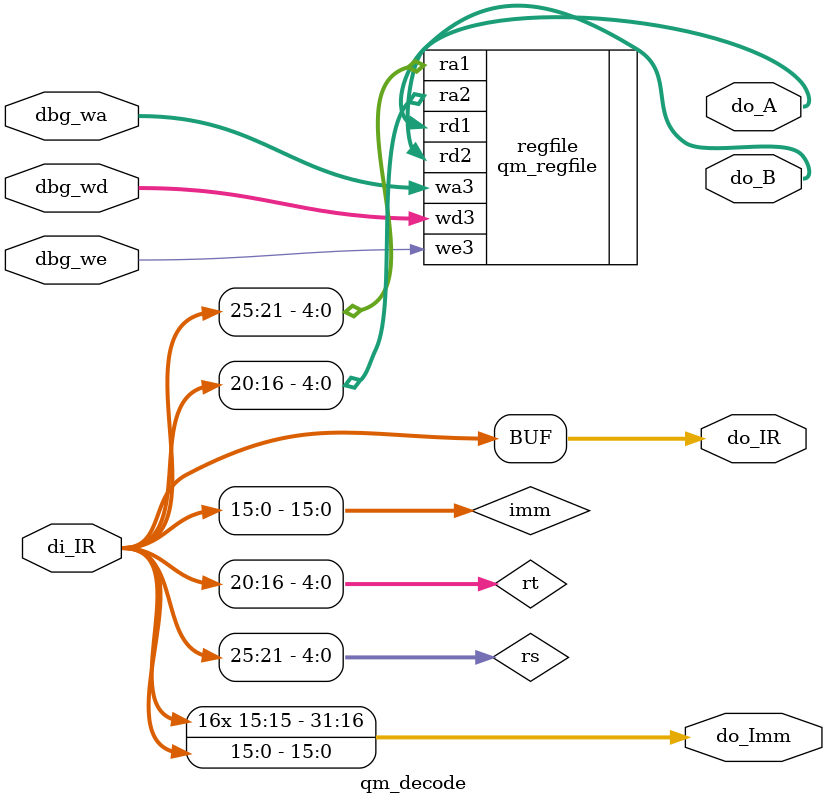
<source format=v>
module qm_decode(
    /// datapath
    // input instruction register
    input wire [31:0] di_IR,
    // output instruction register
    output wire [31:0] do_IR,
    // output first operand
    output wire [31:0] do_A,
    // output second operand
    output wire [31:0] do_B,
    // output immediate
    output wire [31:0] do_Imm,

    // control signals
    
    // debug signals
    input wire [4:0] dbg_wa,
    input wire dbg_we,
    input wire [31:0] dbg_wd
);

// internal signals from the IR
wire [4:0] rs;
wire [4:0] rt;
wire [15:0] imm;

assign rs = di_IR[25:21];
assign rt = di_IR[20:16];
assign imm = di_IR[15:0];

qm_regfile regfile(
    .ra1(rs),
    .ra2(rt),
    .rd1(do_A),
    .rd2(do_B),

    // unused
    .wa3(dbg_wa),
    .we3(dbg_we),
    .wd3(dbg_wd)
);

// sign extend imm
assign do_Imm[31:0] = { {16{imm[15]}}, imm[15:0] };

assign do_IR = di_IR;

endmodule

</source>
